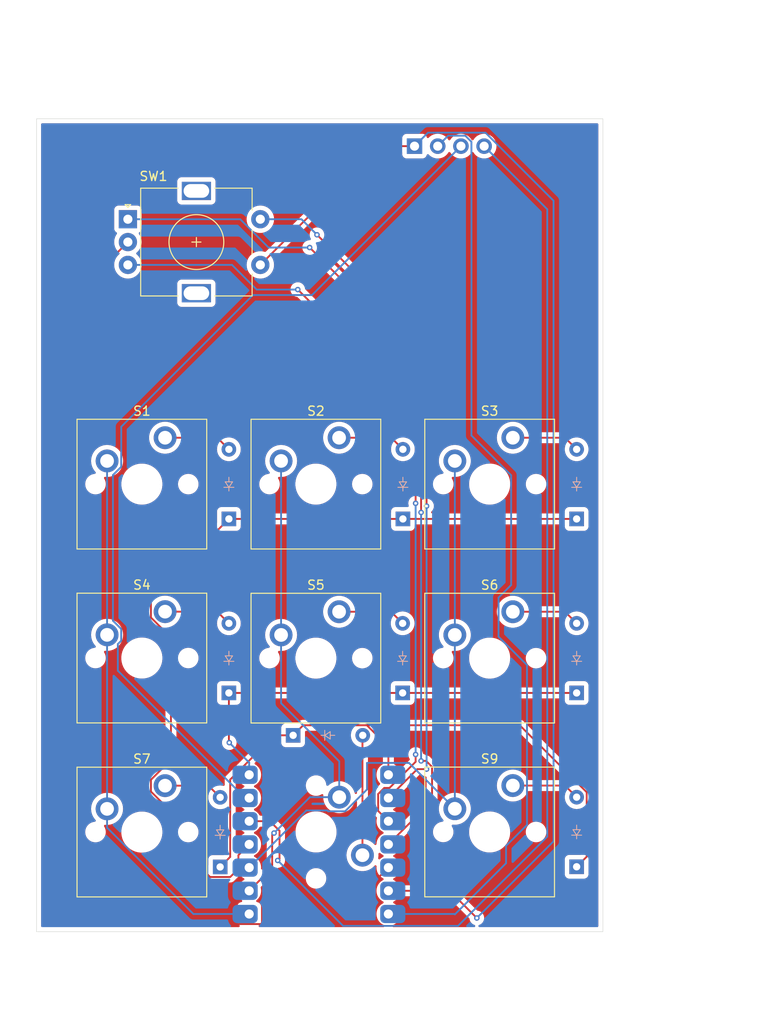
<source format=kicad_pcb>
(kicad_pcb (version 20241229) (generator "pcbnew") (generator_version "9.0")
  (layers (0 "F.Cu" signal) (2 "B.Cu" signal) (13 "F.Paste" user) (15 "B.Paste" user) (5 "F.SilkS" user "F.Silkscreen") (7 "B.SilkS" user "B.Silkscreen") (1 "F.Mask" user) (3 "B.Mask" user) (25 "Edge.Cuts" user))
  (net 0 "")
  (net 1 "ROW 0")
  (net 2 "Net-(D1-A)")
  (net 3 "Net-(D2-A)")
  (net 4 "Net-(D3-A)")
  (net 5 "Net-(D4-A)")
  (net 6 "ROW 1")
  (net 7 "Net-(D5-A)")
  (net 8 "Net-(D6-A)")
  (net 9 "Net-(D7-A)")
  (net 10 "ROW 2")
  (net 11 "Net-(D8-A)")
  (net 12 "Net-(D9-A)")
  (net 13 "COLUMN 0")
  (net 14 "COLUMN 1")
  (net 15 "COLUMN 2")
  (net 16 "SCL")
  (net 17 "GROUND")
  (net 18 "5V")
  (net 19 "SDA")
  (net 20 "RTRY B")
  (net 21 "RTRY SWITCH")
  (net 22 "RTRY A")
  (net 23 "3.3V")
  (footprint "ScottoKeebs_MX:MX_PCB_1.00u" (layer "F.Cu") (at 49.5325 150.09)
    (property "Reference" "S7" (at 0 -8 0) (layer "F.SilkS"))
    (property "Value" "Keyswitch")
    (fp_line (start -7.1 -7.1) (end -7.1 7.1) (stroke (width 0.12)) (layer "F.SilkS"))
    (fp_line (start -7.1 7.1) (end 7.1 7.1) (stroke (width 0.12)) (layer "F.SilkS"))
    (fp_line (start 7.1 -7.1) (end -7.1 -7.1) (stroke (width 0.12)) (layer "F.SilkS"))
    (fp_line (start 7.1 7.1) (end 7.1 -7.1) (stroke (width 0.12)) (layer "F.SilkS"))
    (pad "" np_thru_hole circle (at -5.08 0) (size 1.75 1.75) (drill 1.75) (layers "*.Cu" "*.Mask"))
    (pad "" np_thru_hole circle (at 0 0) (size 4 4) (drill 4) (layers "*.Cu" "*.Mask"))
    (pad "" np_thru_hole circle (at 5.08 0) (size 1.75 1.75) (drill 1.75) (layers "*.Cu" "*.Mask"))
    (pad "1" thru_hole circle (at -3.81 -2.54) (size 2.5 2.5) (drill 1.5) (layers "*.Cu" "*.Mask") (net 13 "COLUMN 0"))
    (pad "2" thru_hole circle (at 2.54 -5.08) (size 2.5 2.5) (drill 1.5) (layers "*.Cu" "*.Mask") (net 9 "Net-(D7-A)"))
  )
  (footprint "ScottoKeebs_MX:MX_PCB_1.00u" (layer "F.Cu") (at 87.6025 131.05)
    (property "Reference" "S6" (at 0 -8 0) (layer "F.SilkS"))
    (property "Value" "Keyswitch")
    (fp_line (start -7.1 -7.1) (end -7.1 7.1) (stroke (width 0.12)) (layer "F.SilkS"))
    (fp_line (start -7.1 7.1) (end 7.1 7.1) (stroke (width 0.12)) (layer "F.SilkS"))
    (fp_line (start 7.1 -7.1) (end -7.1 -7.1) (stroke (width 0.12)) (layer "F.SilkS"))
    (fp_line (start 7.1 7.1) (end 7.1 -7.1) (stroke (width 0.12)) (layer "F.SilkS"))
    (pad "" np_thru_hole circle (at -5.08 0) (size 1.75 1.75) (drill 1.75) (layers "*.Cu" "*.Mask"))
    (pad "" np_thru_hole circle (at 0 0) (size 4 4) (drill 4) (layers "*.Cu" "*.Mask"))
    (pad "" np_thru_hole circle (at 5.08 0) (size 1.75 1.75) (drill 1.75) (layers "*.Cu" "*.Mask"))
    (pad "1" thru_hole circle (at -3.81 -2.54) (size 2.5 2.5) (drill 1.5) (layers "*.Cu" "*.Mask") (net 15 "COLUMN 2"))
    (pad "2" thru_hole circle (at 2.54 -5.08) (size 2.5 2.5) (drill 1.5) (layers "*.Cu" "*.Mask") (net 8 "Net-(D6-A)"))
  )
  (footprint "Rotary_Encoder:RotaryEncoder_Alps_EC11E-Switch_Vertical_H20mm" (layer "F.Cu") (at 48 83)
    (property "Reference" "SW1" (at 2.8 -4.7 0) (layer "F.SilkS"))
    (property "Value" "RotaryEncoder_Switch")
    (fp_line (start -0.3 -1.6) (end 0.3 -1.6) (stroke (width 0.12)) (layer "F.SilkS"))
    (fp_line (start 0 -1.3) (end -0.3 -1.6) (stroke (width 0.12)) (layer "F.SilkS"))
    (fp_line (start 0.3 -1.6) (end 0 -1.3) (stroke (width 0.12)) (layer "F.SilkS"))
    (fp_line (start 1.4 -3.4) (end 1.4 8.4) (stroke (width 0.12)) (layer "F.SilkS"))
    (fp_line (start 5.5 -3.4) (end 1.4 -3.4) (stroke (width 0.12)) (layer "F.SilkS"))
    (fp_line (start 5.5 8.4) (end 1.4 8.4) (stroke (width 0.12)) (layer "F.SilkS"))
    (fp_line (start 7 2.5) (end 8 2.5) (stroke (width 0.12)) (layer "F.SilkS"))
    (fp_line (start 7.5 2) (end 7.5 3) (stroke (width 0.12)) (layer "F.SilkS"))
    (fp_line (start 9.5 -3.4) (end 13.6 -3.4) (stroke (width 0.12)) (layer "F.SilkS"))
    (fp_line (start 13.6 -3.4) (end 13.6 -1) (stroke (width 0.12)) (layer "F.SilkS"))
    (fp_line (start 13.6 1.2) (end 13.6 3.8) (stroke (width 0.12)) (layer "F.SilkS"))
    (fp_line (start 13.6 6) (end 13.6 8.4) (stroke (width 0.12)) (layer "F.SilkS"))
    (fp_line (start 13.6 8.4) (end 9.5 8.4) (stroke (width 0.12)) (layer "F.SilkS"))
    (fp_circle (center 7.5 2.5) (end 10.5 2.5) (stroke (width 0.12)) (fill no) (layer "F.SilkS"))
    (pad "A" thru_hole rect (at 0 0) (size 2 2) (drill 1) (layers "*.Cu" "*.Mask") (net 22 "RTRY A"))
    (pad "B" thru_hole circle (at 0 5) (size 2 2) (drill 1) (layers "*.Cu" "*.Mask") (net 20 "RTRY B"))
    (pad "C" thru_hole circle (at 0 2.5) (size 2 2) (drill 1) (layers "*.Cu" "*.Mask") (net 23 "3.3V"))
    (pad "MP" thru_hole rect (at 7.5 -3.1) (size 3.2 2) (drill oval 2.8 1.5) (layers "*.Cu" "*.Mask"))
    (pad "MP" thru_hole rect (at 7.5 8.1) (size 3.2 2) (drill oval 2.8 1.5) (layers "*.Cu" "*.Mask"))
    (pad "S1" thru_hole circle (at 14.5 5) (size 2 2) (drill 1) (layers "*.Cu" "*.Mask") (net 17 "GROUND"))
    (pad "S2" thru_hole circle (at 14.5 0) (size 2 2) (drill 1) (layers "*.Cu" "*.Mask") (net 21 "RTRY SWITCH"))
  )
  (footprint "ScottoKeebs_MX:MX_PCB_1.00u" (layer "F.Cu") (at 68.5825 112)
    (property "Reference" "S2" (at 0 -8 0) (layer "F.SilkS"))
    (property "Value" "Keyswitch")
    (fp_line (start -7.1 -7.1) (end -7.1 7.1) (stroke (width 0.12)) (layer "F.SilkS"))
    (fp_line (start -7.1 7.1) (end 7.1 7.1) (stroke (width 0.12)) (layer "F.SilkS"))
    (fp_line (start 7.1 -7.1) (end -7.1 -7.1) (stroke (width 0.12)) (layer "F.SilkS"))
    (fp_line (start 7.1 7.1) (end 7.1 -7.1) (stroke (width 0.12)) (layer "F.SilkS"))
    (pad "" np_thru_hole circle (at -5.08 0) (size 1.75 1.75) (drill 1.75) (layers "*.Cu" "*.Mask"))
    (pad "" np_thru_hole circle (at 0 0) (size 4 4) (drill 4) (layers "*.Cu" "*.Mask"))
    (pad "" np_thru_hole circle (at 5.08 0) (size 1.75 1.75) (drill 1.75) (layers "*.Cu" "*.Mask"))
    (pad "1" thru_hole circle (at -3.81 -2.54) (size 2.5 2.5) (drill 1.5) (layers "*.Cu" "*.Mask") (net 14 "COLUMN 1"))
    (pad "2" thru_hole circle (at 2.54 -5.08) (size 2.5 2.5) (drill 1.5) (layers "*.Cu" "*.Mask") (net 3 "Net-(D2-A)"))
  )
  (footprint "ScottoKeebs_MX:MX_PCB_1.00u" (layer "F.Cu") (at 68.6 150.08 -90)
    (property "Reference" "S8" (hide yes))
    (property "Value" "Keyswitch")
    (pad "" np_thru_hole circle (at -5.08 0 270) (size 1.75 1.75) (drill 1.75) (layers "*.Cu" "*.Mask"))
    (pad "" np_thru_hole circle (at 0 0 270) (size 4 4) (drill 4) (layers "*.Cu" "*.Mask"))
    (pad "" np_thru_hole circle (at 5.08 0 270) (size 1.75 1.75) (drill 1.75) (layers "*.Cu" "*.Mask"))
    (pad "1" thru_hole circle (at -3.81 -2.54 270) (size 2.5 2.5) (drill 1.5) (layers "*.Cu" "*.Mask") (net 14 "COLUMN 1"))
    (pad "2" thru_hole circle (at 2.54 -5.08 270) (size 2.5 2.5) (drill 1.5) (layers "*.Cu" "*.Mask") (net 11 "Net-(D8-A)"))
  )
  (footprint "ScottoKeebs_MX:MX_PCB_1.00u" (layer "F.Cu") (at 68.5825 131.05)
    (property "Reference" "S5" (at 0 -8 0) (layer "F.SilkS"))
    (property "Value" "Keyswitch")
    (fp_line (start -7.1 -7.1) (end -7.1 7.1) (stroke (width 0.12)) (layer "F.SilkS"))
    (fp_line (start -7.1 7.1) (end 7.1 7.1) (stroke (width 0.12)) (layer "F.SilkS"))
    (fp_line (start 7.1 -7.1) (end -7.1 -7.1) (stroke (width 0.12)) (layer "F.SilkS"))
    (fp_line (start 7.1 7.1) (end 7.1 -7.1) (stroke (width 0.12)) (layer "F.SilkS"))
    (pad "" np_thru_hole circle (at -5.08 0) (size 1.75 1.75) (drill 1.75) (layers "*.Cu" "*.Mask"))
    (pad "" np_thru_hole circle (at 0 0) (size 4 4) (drill 4) (layers "*.Cu" "*.Mask"))
    (pad "" np_thru_hole circle (at 5.08 0) (size 1.75 1.75) (drill 1.75) (layers "*.Cu" "*.Mask"))
    (pad "1" thru_hole circle (at -3.81 -2.54) (size 2.5 2.5) (drill 1.5) (layers "*.Cu" "*.Mask") (net 14 "COLUMN 1"))
    (pad "2" thru_hole circle (at 2.54 -5.08) (size 2.5 2.5) (drill 1.5) (layers "*.Cu" "*.Mask") (net 7 "Net-(D5-A)"))
  )
  (footprint "ScottoKeebs_MX:MX_PCB_1.00u" (layer "F.Cu") (at 87.6025 150.08)
    (property "Reference" "S9" (at 0 -8 0) (layer "F.SilkS"))
    (property "Value" "Keyswitch")
    (fp_line (start -7.1 -7.1) (end -7.1 7.1) (stroke (width 0.12)) (layer "F.SilkS"))
    (fp_line (start -7.1 7.1) (end 7.1 7.1) (stroke (width 0.12)) (layer "F.SilkS"))
    (fp_line (start 7.1 -7.1) (end -7.1 -7.1) (stroke (width 0.12)) (layer "F.SilkS"))
    (fp_line (start 7.1 7.1) (end 7.1 -7.1) (stroke (width 0.12)) (layer "F.SilkS"))
    (pad "" np_thru_hole circle (at -5.08 0) (size 1.75 1.75) (drill 1.75) (layers "*.Cu" "*.Mask"))
    (pad "" np_thru_hole circle (at 0 0) (size 4 4) (drill 4) (layers "*.Cu" "*.Mask"))
    (pad "" np_thru_hole circle (at 5.08 0) (size 1.75 1.75) (drill 1.75) (layers "*.Cu" "*.Mask"))
    (pad "1" thru_hole circle (at -3.81 -2.54) (size 2.5 2.5) (drill 1.5) (layers "*.Cu" "*.Mask") (net 15 "COLUMN 2"))
    (pad "2" thru_hole circle (at 2.54 -5.08) (size 2.5 2.5) (drill 1.5) (layers "*.Cu" "*.Mask") (net 12 "Net-(D9-A)"))
  )
  (footprint "ScottoKeebs_MX:MX_PCB_1.00u" (layer "F.Cu") (at 49.5325 112)
    (property "Reference" "S1" (at 0 -8 0) (layer "F.SilkS"))
    (property "Value" "Keyswitch")
    (fp_line (start -7.1 -7.1) (end -7.1 7.1) (stroke (width 0.12)) (layer "F.SilkS"))
    (fp_line (start -7.1 7.1) (end 7.1 7.1) (stroke (width 0.12)) (layer "F.SilkS"))
    (fp_line (start 7.1 -7.1) (end -7.1 -7.1) (stroke (width 0.12)) (layer "F.SilkS"))
    (fp_line (start 7.1 7.1) (end 7.1 -7.1) (stroke (width 0.12)) (layer "F.SilkS"))
    (pad "" np_thru_hole circle (at -5.08 0) (size 1.75 1.75) (drill 1.75) (layers "*.Cu" "*.Mask"))
    (pad "" np_thru_hole circle (at 0 0) (size 4 4) (drill 4) (layers "*.Cu" "*.Mask"))
    (pad "" np_thru_hole circle (at 5.08 0) (size 1.75 1.75) (drill 1.75) (layers "*.Cu" "*.Mask"))
    (pad "1" thru_hole circle (at -3.81 -2.54) (size 2.5 2.5) (drill 1.5) (layers "*.Cu" "*.Mask") (net 13 "COLUMN 0"))
    (pad "2" thru_hole circle (at 2.54 -5.08) (size 2.5 2.5) (drill 1.5) (layers "*.Cu" "*.Mask") (net 2 "Net-(D1-A)"))
  )
  (footprint "ScottoKeebs_MX:MX_PCB_1.00u" (layer "F.Cu") (at 87.6025 112)
    (property "Reference" "S3" (at 0 -8 0) (layer "F.SilkS"))
    (property "Value" "Keyswitch")
    (fp_line (start -7.1 -7.1) (end -7.1 7.1) (stroke (width 0.12)) (layer "F.SilkS"))
    (fp_line (start -7.1 7.1) (end 7.1 7.1) (stroke (width 0.12)) (layer "F.SilkS"))
    (fp_line (start 7.1 -7.1) (end -7.1 -7.1) (stroke (width 0.12)) (layer "F.SilkS"))
    (fp_line (start 7.1 7.1) (end 7.1 -7.1) (stroke (width 0.12)) (layer "F.SilkS"))
    (pad "" np_thru_hole circle (at -5.08 0) (size 1.75 1.75) (drill 1.75) (layers "*.Cu" "*.Mask"))
    (pad "" np_thru_hole circle (at 0 0) (size 4 4) (drill 4) (layers "*.Cu" "*.Mask"))
    (pad "" np_thru_hole circle (at 5.08 0) (size 1.75 1.75) (drill 1.75) (layers "*.Cu" "*.Mask"))
    (pad "1" thru_hole circle (at -3.81 -2.54) (size 2.5 2.5) (drill 1.5) (layers "*.Cu" "*.Mask") (net 15 "COLUMN 2"))
    (pad "2" thru_hole circle (at 2.54 -5.08) (size 2.5 2.5) (drill 1.5) (layers "*.Cu" "*.Mask") (net 4 "Net-(D3-A)"))
  )
  (footprint "ScottoKeebs_Components:OLED_128x64" (layer "F.Cu") (at 83.19 75)
    (property "Reference" "J1" (hide yes))
    (property "Value" "OLED_128x64")
    (pad "1" thru_hole rect (at -3.81 0 90) (size 1.7 1.7) (drill 1) (layers "*.Cu" "*.Mask") (net 17 "GROUND"))
    (pad "2" thru_hole oval (at -1.27 0 90) (size 1.7 1.7) (drill 1) (layers "*.Cu" "*.Mask") (net 18 "5V"))
    (pad "3" thru_hole oval (at 1.27 0 90) (size 1.7 1.7) (drill 1) (layers "*.Cu" "*.Mask") (net 16 "SCL"))
    (pad "4" thru_hole oval (at 3.81 0 90) (size 1.7 1.7) (drill 1) (layers "*.Cu" "*.Mask") (net 19 "SDA"))
  )
  (footprint "ScottoKeebs_MX:MX_PCB_1.00u" (layer "F.Cu") (at 49.5325 131.04)
    (property "Reference" "S4" (at 0 -8 0) (layer "F.SilkS"))
    (property "Value" "Keyswitch")
    (fp_line (start -7.1 -7.1) (end -7.1 7.1) (stroke (width 0.12)) (layer "F.SilkS"))
    (fp_line (start -7.1 7.1) (end 7.1 7.1) (stroke (width 0.12)) (layer "F.SilkS"))
    (fp_line (start 7.1 -7.1) (end -7.1 -7.1) (stroke (width 0.12)) (layer "F.SilkS"))
    (fp_line (start 7.1 7.1) (end 7.1 -7.1) (stroke (width 0.12)) (layer "F.SilkS"))
    (pad "" np_thru_hole circle (at -5.08 0) (size 1.75 1.75) (drill 1.75) (layers "*.Cu" "*.Mask"))
    (pad "" np_thru_hole circle (at 0 0) (size 4 4) (drill 4) (layers "*.Cu" "*.Mask"))
    (pad "" np_thru_hole circle (at 5.08 0) (size 1.75 1.75) (drill 1.75) (layers "*.Cu" "*.Mask"))
    (pad "1" thru_hole circle (at -3.81 -2.54) (size 2.5 2.5) (drill 1.5) (layers "*.Cu" "*.Mask") (net 13 "COLUMN 0"))
    (pad "2" thru_hole circle (at 2.54 -5.08) (size 2.5 2.5) (drill 1.5) (layers "*.Cu" "*.Mask") (net 5 "Net-(D4-A)"))
  )
  (footprint "ScottoKeebs_Components:Diode_DO-35" (layer "B.Cu") (at 97.1275 115.81 90)
    (property "Reference" "D3" (hide yes))
    (property "Value" "Diode" (hide yes))
    (fp_line (start 3.46 -0.55) (end 3.46 0.55) (stroke (width 0.1)) (layer "B.SilkS"))
    (fp_line (start 4.06 -0.4) (end 4.06 0.4) (stroke (width 0.1)) (layer "B.SilkS"))
    (fp_line (start 4.56 0) (end 4.06 0) (stroke (width 0.1)) (layer "B.SilkS"))
    (fp_line (start 3.46 0) (end 4.06 -0.4) (stroke (width 0.1)) (layer "B.SilkS"))
    (fp_line (start 3.46 0) (end 3.06 0) (stroke (width 0.1)) (layer "B.SilkS"))
    (fp_line (start 4.06 0.4) (end 3.46 0) (stroke (width 0.1)) (layer "B.SilkS"))
    (pad "1" thru_hole rect (at 0 0 90) (size 1.6 1.6) (drill 0.8) (layers "*.Cu" "*.Mask") (net 1 "ROW 0"))
    (pad "2" thru_hole oval (at 7.62 0 90) (size 1.6 1.6) (drill 0.8) (layers "*.Cu" "*.Mask") (net 4 "Net-(D3-A)"))
  )
  (footprint "ScottoKeebs_Components:Diode_DO-35" (layer "B.Cu") (at 66.09 139.5)
    (property "Reference" "D8" (hide yes))
    (property "Value" "Diode" (hide yes))
    (fp_line (start 3.46 -0.55) (end 3.46 0.55) (stroke (width 0.1)) (layer "B.SilkS"))
    (fp_line (start 3.46 0) (end 3.06 0) (stroke (width 0.1)) (layer "B.SilkS"))
    (fp_line (start 3.46 0) (end 4.06 -0.4) (stroke (width 0.1)) (layer "B.SilkS"))
    (fp_line (start 4.06 -0.4) (end 4.06 0.4) (stroke (width 0.1)) (layer "B.SilkS"))
    (fp_line (start 4.06 0.4) (end 3.46 0) (stroke (width 0.1)) (layer "B.SilkS"))
    (fp_line (start 4.56 0) (end 4.06 0) (stroke (width 0.1)) (layer "B.SilkS"))
    (pad "1" thru_hole rect (at 0 0) (size 1.6 1.6) (drill 0.8) (layers "*.Cu" "*.Mask") (net 10 "ROW 2"))
    (pad "2" thru_hole oval (at 7.62 0) (size 1.6 1.6) (drill 0.8) (layers "*.Cu" "*.Mask") (net 11 "Net-(D8-A)"))
  )
  (footprint "ScottoKeebs_Components:Diode_DO-35" (layer "B.Cu") (at 97.1275 153.89 90)
    (property "Reference" "D9" (hide yes))
    (property "Value" "Diode" (hide yes))
    (fp_line (start 3.46 -0.55) (end 3.46 0.55) (stroke (width 0.1)) (layer "B.SilkS"))
    (fp_line (start 4.06 -0.4) (end 4.06 0.4) (stroke (width 0.1)) (layer "B.SilkS"))
    (fp_line (start 4.56 0) (end 4.06 0) (stroke (width 0.1)) (layer "B.SilkS"))
    (fp_line (start 3.46 0) (end 4.06 -0.4) (stroke (width 0.1)) (layer "B.SilkS"))
    (fp_line (start 3.46 0) (end 3.06 0) (stroke (width 0.1)) (layer "B.SilkS"))
    (fp_line (start 4.06 0.4) (end 3.46 0) (stroke (width 0.1)) (layer "B.SilkS"))
    (pad "1" thru_hole rect (at 0 0 90) (size 1.6 1.6) (drill 0.8) (layers "*.Cu" "*.Mask") (net 10 "ROW 2"))
    (pad "2" thru_hole oval (at 7.62 0 90) (size 1.6 1.6) (drill 0.8) (layers "*.Cu" "*.Mask") (net 12 "Net-(D9-A)"))
  )
  (footprint "ScottoKeebs_Components:Diode_DO-35" (layer "B.Cu") (at 58.1 153.91 90)
    (property "Reference" "D7" (hide yes))
    (property "Value" "Diode" (hide yes))
    (fp_line (start 3.46 -0.55) (end 3.46 0.55) (stroke (width 0.1)) (layer "B.SilkS"))
    (fp_line (start 4.06 -0.4) (end 4.06 0.4) (stroke (width 0.1)) (layer "B.SilkS"))
    (fp_line (start 4.56 0) (end 4.06 0) (stroke (width 0.1)) (layer "B.SilkS"))
    (fp_line (start 3.46 0) (end 4.06 -0.4) (stroke (width 0.1)) (layer "B.SilkS"))
    (fp_line (start 3.46 0) (end 3.06 0) (stroke (width 0.1)) (layer "B.SilkS"))
    (fp_line (start 4.06 0.4) (end 3.46 0) (stroke (width 0.1)) (layer "B.SilkS"))
    (pad "1" thru_hole rect (at 0 0 90) (size 1.6 1.6) (drill 0.8) (layers "*.Cu" "*.Mask") (net 10 "ROW 2"))
    (pad "2" thru_hole oval (at 7.62 0 90) (size 1.6 1.6) (drill 0.8) (layers "*.Cu" "*.Mask") (net 9 "Net-(D7-A)"))
  )
  (footprint "ScottoKeebs_Components:Diode_DO-35" (layer "B.Cu") (at 59.0575 115.81 90)
    (property "Reference" "D1" (hide yes))
    (property "Value" "Diode" (hide yes))
    (fp_line (start 3.46 -0.55) (end 3.46 0.55) (stroke (width 0.1)) (layer "B.SilkS"))
    (fp_line (start 4.06 -0.4) (end 4.06 0.4) (stroke (width 0.1)) (layer "B.SilkS"))
    (fp_line (start 4.56 0) (end 4.06 0) (stroke (width 0.1)) (layer "B.SilkS"))
    (fp_line (start 3.46 0) (end 4.06 -0.4) (stroke (width 0.1)) (layer "B.SilkS"))
    (fp_line (start 3.46 0) (end 3.06 0) (stroke (width 0.1)) (layer "B.SilkS"))
    (fp_line (start 4.06 0.4) (end 3.46 0) (stroke (width 0.1)) (layer "B.SilkS"))
    (pad "1" thru_hole rect (at 0 0 90) (size 1.6 1.6) (drill 0.8) (layers "*.Cu" "*.Mask") (net 1 "ROW 0"))
    (pad "2" thru_hole oval (at 7.62 0 90) (size 1.6 1.6) (drill 0.8) (layers "*.Cu" "*.Mask") (net 2 "Net-(D1-A)"))
  )
  (footprint "ScottoKeebs_MCU:Seeed_XIAO_RP2040" (layer "B.Cu") (at 68.9 151.44)
    (property "Reference" "U1" (hide yes))
    (property "Value" "MCU_Seeed_XIAO_RP2040")
    (pad "1" smd roundrect (at -8.065 7.62) (size 2.75 2) (layers "B.Cu" "B.Mask" "B.Paste") (net 13 "COLUMN 0"))
    (pad "1" thru_hole rect (at -7.62 7.62 270) (size 1.6 1.6) (drill 1) (layers "*.Cu" "*.Mask") (net 13 "COLUMN 0"))
    (pad "2" smd roundrect (at -8.065 5.08) (size 2.75 2) (layers "B.Cu" "B.Mask" "B.Paste") (net 14 "COLUMN 1"))
    (pad "2" thru_hole circle (at -7.62 5.08 270) (size 1.6 1.6) (drill 1) (layers "*.Cu" "*.Mask") (net 14 "COLUMN 1"))
    (pad "3" smd roundrect (at -8.065 2.54) (size 2.75 2) (layers "B.Cu" "B.Mask" "B.Paste") (net 15 "COLUMN 2"))
    (pad "3" thru_hole circle (at -7.62 2.54 270) (size 1.6 1.6) (drill 1) (layers "*.Cu" "*.Mask") (net 15 "COLUMN 2"))
    (pad "4" smd roundrect (at -8.065 0) (size 2.75 2) (layers "B.Cu" "B.Mask" "B.Paste") (net 1 "ROW 0"))
    (pad "4" thru_hole circle (at -7.62 0 270) (size 1.6 1.6) (drill 1) (layers "*.Cu" "*.Mask") (net 1 "ROW 0"))
    (pad "5" smd roundrect (at -8.065 -2.54) (size 2.75 2) (layers "B.Cu" "B.Mask" "B.Paste") (net 19 "SDA"))
    (pad "5" thru_hole circle (at -7.62 -2.54 270) (size 1.6 1.6) (drill 1) (layers "*.Cu" "*.Mask") (net 19 "SDA"))
    (pad "6" smd roundrect (at -8.065 -5.08) (size 2.75 2) (layers "B.Cu" "B.Mask" "B.Paste") (net 16 "SCL"))
    (pad "6" thru_hole circle (at -7.62 -5.08 270) (size 1.6 1.6) (drill 1) (layers "*.Cu" "*.Mask") (net 16 "SCL"))
    (pad "7" smd roundrect (at -8.065 -7.62) (size 2.75 2) (layers "B.Cu" "B.Mask" "B.Paste") (net 6 "ROW 1"))
    (pad "7" thru_hole circle (at -7.62 -7.62 270) (size 1.6 1.6) (drill 1) (layers "*.Cu" "*.Mask") (net 6 "ROW 1"))
    (pad "8" thru_hole circle (at 7.62 -7.62 270) (size 1.6 1.6) (drill 1) (layers "*.Cu" "*.Mask") (net 10 "ROW 2"))
    (pad "8" smd roundrect (at 8.1 -7.62) (size 2.75 2) (layers "B.Cu" "B.Mask" "B.Paste") (net 10 "ROW 2"))
    (pad "9" thru_hole circle (at 7.62 -5.08 270) (size 1.6 1.6) (drill 1) (layers "*.Cu" "*.Mask") (net 21 "RTRY SWITCH"))
    (pad "9" smd roundrect (at 8.1 -5.08) (size 2.75 2) (layers "B.Cu" "B.Mask" "B.Paste") (net 21 "RTRY SWITCH"))
    (pad "10" thru_hole circle (at 7.62 -2.54 270) (size 1.6 1.6) (drill 1) (layers "*.Cu" "*.Mask") (net 20 "RTRY B"))
    (pad "10" smd roundrect (at 8.1 -2.54) (size 2.75 2) (layers "B.Cu" "B.Mask" "B.Paste") (net 20 "RTRY B"))
    (pad "11" thru_hole circle (at 7.62 0 270) (size 1.6 1.6) (drill 1) (layers "*.Cu" "*.Mask") (net 22 "RTRY A"))
    (pad "11" smd roundrect (at 8.1 0) (size 2.75 2) (layers "B.Cu" "B.Mask" "B.Paste") (net 22 "RTRY A"))
    (pad "12" thru_hole circle (at 7.62 2.54 270) (size 1.6 1.6) (drill 1) (layers "*.Cu" "*.Mask") (net 23 "3.3V"))
    (pad "12" smd roundrect (at 8.1 2.54) (size 2.75 2) (layers "B.Cu" "B.Mask" "B.Paste") (net 23 "3.3V"))
    (pad "13" thru_hole circle (at 7.62 5.08 270) (size 1.6 1.6) (drill 1) (layers "*.Cu" "*.Mask") (net 17 "GROUND"))
    (pad "13" smd roundrect (at 8.1 5.08) (size 2.75 2) (layers "B.Cu" "B.Mask" "B.Paste") (net 17 "GROUND"))
    (pad "14" thru_hole circle (at 7.62 7.62 270) (size 1.6 1.6) (drill 1) (layers "*.Cu" "*.Mask") (net 18 "5V"))
    (pad "14" smd roundrect (at 8.1 7.62) (size 2.75 2) (layers "B.Cu" "B.Mask" "B.Paste") (net 18 "5V"))
  )
  (footprint "ScottoKeebs_Components:Diode_DO-35" (layer "B.Cu") (at 97.1275 134.86 90)
    (property "Reference" "D6" (hide yes))
    (property "Value" "Diode" (hide yes))
    (fp_line (start 3.46 -0.55) (end 3.46 0.55) (stroke (width 0.1)) (layer "B.SilkS"))
    (fp_line (start 4.06 -0.4) (end 4.06 0.4) (stroke (width 0.1)) (layer "B.SilkS"))
    (fp_line (start 4.56 0) (end 4.06 0) (stroke (width 0.1)) (layer "B.SilkS"))
    (fp_line (start 3.46 0) (end 4.06 -0.4) (stroke (width 0.1)) (layer "B.SilkS"))
    (fp_line (start 3.46 0) (end 3.06 0) (stroke (width 0.1)) (layer "B.SilkS"))
    (fp_line (start 4.06 0.4) (end 3.46 0) (stroke (width 0.1)) (layer "B.SilkS"))
    (pad "1" thru_hole rect (at 0 0 90) (size 1.6 1.6) (drill 0.8) (layers "*.Cu" "*.Mask") (net 6 "ROW 1"))
    (pad "2" thru_hole oval (at 7.62 0 90) (size 1.6 1.6) (drill 0.8) (layers "*.Cu" "*.Mask") (net 8 "Net-(D6-A)"))
  )
  (footprint "ScottoKeebs_Components:Diode_DO-35" (layer "B.Cu") (at 59.0575 134.86 90)
    (property "Reference" "D4" (hide yes))
    (property "Value" "Diode" (hide yes))
    (fp_line (start 3.46 -0.55) (end 3.46 0.55) (stroke (width 0.1)) (layer "B.SilkS"))
    (fp_line (start 4.06 -0.4) (end 4.06 0.4) (stroke (width 0.1)) (layer "B.SilkS"))
    (fp_line (start 4.56 0) (end 4.06 0) (stroke (width 0.1)) (layer "B.SilkS"))
    (fp_line (start 3.46 0) (end 4.06 -0.4) (stroke (width 0.1)) (layer "B.SilkS"))
    (fp_line (start 3.46 0) (end 3.06 0) (stroke (width 0.1)) (layer "B.SilkS"))
    (fp_line (start 4.06 0.4) (end 3.46 0) (stroke (width 0.1)) (layer "B.SilkS"))
    (pad "1" thru_hole rect (at 0 0 90) (size 1.6 1.6) (drill 0.8) (layers "*.Cu" "*.Mask") (net 6 "ROW 1"))
    (pad "2" thru_hole oval (at 7.62 0 90) (size 1.6 1.6) (drill 0.8) (layers "*.Cu" "*.Mask") (net 5 "Net-(D4-A)"))
  )
  (footprint "ScottoKeebs_Components:Diode_DO-35" (layer "B.Cu") (at 78.0775 134.86 90)
    (property "Reference" "D5" (hide yes))
    (property "Value" "Diode" (hide yes))
    (fp_line (start 3.46 -0.55) (end 3.46 0.55) (stroke (width 0.1)) (layer "B.SilkS"))
    (fp_line (start 4.06 -0.4) (end 4.06 0.4) (stroke (width 0.1)) (layer "B.SilkS"))
    (fp_line (start 4.56 0) (end 4.06 0) (stroke (width 0.1)) (layer "B.SilkS"))
    (fp_line (start 3.46 0) (end 4.06 -0.4) (stroke (width 0.1)) (layer "B.SilkS"))
    (fp_line (start 3.46 0) (end 3.06 0) (stroke (width 0.1)) (layer "B.SilkS"))
    (fp_line (start 4.06 0.4) (end 3.46 0) (stroke (width 0.1)) (layer "B.SilkS"))
    (pad "1" thru_hole rect (at 0 0 90) (size 1.6 1.6) (drill 0.8) (layers "*.Cu" "*.Mask") (net 6 "ROW 1"))
    (pad "2" thru_hole oval (at 7.62 0 90) (size 1.6 1.6) (drill 0.8) (layers "*.Cu" "*.Mask") (net 7 "Net-(D5-A)"))
  )
  (footprint "ScottoKeebs_Components:Diode_DO-35" (layer "B.Cu") (at 78.1075 115.81 90)
    (property "Reference" "D2" (hide yes))
    (property "Value" "Diode" (hide yes))
    (fp_line (start 3.46 -0.55) (end 3.46 0.55) (stroke (width 0.1)) (layer "B.SilkS"))
    (fp_line (start 4.06 -0.4) (end 4.06 0.4) (stroke (width 0.1)) (layer "B.SilkS"))
    (fp_line (start 4.56 0) (end 4.06 0) (stroke (width 0.1)) (layer "B.SilkS"))
    (fp_line (start 3.46 0) (end 4.06 -0.4) (stroke (width 0.1)) (layer "B.SilkS"))
    (fp_line (start 3.46 0) (end 3.06 0) (stroke (width 0.1)) (layer "B.SilkS"))
    (fp_line (start 4.06 0.4) (end 3.46 0) (stroke (width 0.1)) (layer "B.SilkS"))
    (pad "1" thru_hole rect (at 0 0 90) (size 1.6 1.6) (drill 0.8) (layers "*.Cu" "*.Mask") (net 1 "ROW 0"))
    (pad "2" thru_hole oval (at 7.62 0 90) (size 1.6 1.6) (drill 0.8) (layers "*.Cu" "*.Mask") (net 3 "Net-(D2-A)"))
  )
  (gr_rect (start 38 72) (end 100 161) (stroke (width 0.05)) (fill no) (layer "Edge.Cuts"))
  (segment (start 52.714532 150.724532) (end 57 155.01) (width 0.2) (layer "F.Cu") (net 1))
  (segment (start 50.5225 144.367968) (end 50.5225 145.652032) (width 0.2) (layer "F.Cu") (net 1))
  (segment (start 52.714532 128.794064) (end 52.714532 142.175936) (width 0.2) (layer "F.Cu") (net 1))
  (segment (start 52.714532 142.175936) (end 50.5225 144.367968) (width 0.2) (layer "F.Cu") (net 1))
  (segment (start 50.5225 145.652032) (end 52.714532 147.844064) (width 0.2) (layer "F.Cu") (net 1))
  (segment (start 52.714532 147.844064) (end 52.714532 150.724532) (width 0.2) (layer "F.Cu") (net 1))
  (segment (start 50.5225 124.345) (end 50.5225 126.602032) (width 0.2) (layer "F.Cu") (net 1))
  (segment (start 60.1 152.62) (end 61.28 151.44) (width 0.2) (layer "F.Cu") (net 1))
  (segment (start 57 155.01) (end 59.2 155.01) (width 0.2) (layer "F.Cu") (net 1))
  (segment (start 59.2 155.01) (end 60.1 154.11) (width 0.2) (layer "F.Cu") (net 1))
  (segment (start 59.0575 115.81) (end 97.1275 115.81) (width 0.2) (layer "F.Cu") (net 1))
  (segment (start 59.0575 115.81) (end 50.5225 124.345) (width 0.2) (layer "F.Cu") (net 1))
  (segment (start 60.1 154.11) (end 60.1 152.62) (width 0.2) (layer "F.Cu") (net 1))
  (segment (start 50.5225 126.602032) (end 52.714532 128.794064) (width 0.2) (layer "F.Cu") (net 1))
  (segment (start 57.7875 106.92) (end 59.0575 108.19) (width 0.2) (layer "F.Cu") (net 2))
  (segment (start 52.0725 106.92) (end 57.7875 106.92) (width 0.2) (layer "F.Cu") (net 2))
  (segment (start 76.8375 106.92) (end 78.1075 108.19) (width 0.2) (layer "F.Cu") (net 3))
  (segment (start 71.1225 106.92) (end 76.8375 106.92) (width 0.2) (layer "F.Cu") (net 3))
  (segment (start 90.1425 106.92) (end 95.8575 106.92) (width 0.2) (layer "F.Cu") (net 4))
  (segment (start 95.8575 106.92) (end 97.1275 108.19) (width 0.2) (layer "F.Cu") (net 4))
  (segment (start 52.0725 125.96) (end 57.7775 125.96) (width 0.2) (layer "F.Cu") (net 5))
  (segment (start 57.7775 125.96) (end 59.0575 127.24) (width 0.2) (layer "F.Cu") (net 5))
  (segment (start 59.0575 140.2575) (end 59.1 140.3) (width 0.2) (layer "F.Cu") (net 6))
  (segment (start 59.0575 134.86) (end 97.1275 134.86) (width 0.2) (layer "F.Cu") (net 6))
  (segment (start 59.0575 134.86) (end 59.0575 140.2575) (width 0.2) (layer "F.Cu") (net 6))
  (segment (start 97.1275 134.86) (end 97.3225 134.86) (width 0.2) (layer "F.Cu") (net 6))
  (via (at 59.1 140.3) (size 0.6) (drill 0.3) (layers "F.Cu" "B.Cu") (net 6))
  (segment (start 59.1 140.3) (end 61.28 142.48) (width 0.2) (layer "B.Cu") (net 6))
  (segment (start 61.28 142.48) (end 61.28 143.82) (width 0.2) (layer "B.Cu") (net 6))
  (segment (start 71.1225 125.97) (end 76.8075 125.97) (width 0.2) (layer "F.Cu") (net 7))
  (segment (start 76.8075 125.97) (end 78.0775 127.24) (width 0.2) (layer "F.Cu") (net 7))
  (segment (start 95.8575 125.97) (end 97.1275 127.24) (width 0.2) (layer "F.Cu") (net 8))
  (segment (start 90.1425 125.97) (end 95.8575 125.97) (width 0.2) (layer "F.Cu") (net 8))
  (segment (start 52.0725 145.01) (end 56.82 145.01) (width 0.2) (layer "F.Cu") (net 9))
  (segment (start 56.82 145.01) (end 58.1 146.29) (width 0.2) (layer "F.Cu") (net 9))
  (segment (start 76.52 140.754365) (end 74.165635 138.4) (width 0.2) (layer "F.Cu") (net 10))
  (segment (start 64.044365 139.5) (end 59.2 144.344365) (width 0.2) (layer "F.Cu") (net 10))
  (segment (start 98.2275 152.79) (end 98.2275 145.7275) (width 0.2) (layer "F.Cu") (net 10))
  (segment (start 98.2275 145.7275) (end 90.9 138.4) (width 0.2) (layer "F.Cu") (net 10))
  (segment (start 90.9 138.4) (end 67.19 138.4) (width 0.2) (layer "F.Cu") (net 10))
  (segment (start 74.165635 138.4) (end 67.19 138.4) (width 0.2) (layer "F.Cu") (net 10))
  (segment (start 66.09 139.5) (end 64.044365 139.5) (width 0.2) (layer "F.Cu") (net 10))
  (segment (start 97.1275 153.89) (end 98.2275 152.79) (width 0.2) (layer "F.Cu") (net 10))
  (segment (start 59.2 144.344365) (end 59.2 152.81) (width 0.2) (layer "F.Cu") (net 10))
  (segment (start 76.52 143.82) (end 76.52 140.754365) (width 0.2) (layer "F.Cu") (net 10))
  (segment (start 97.1275 153.89) (end 97.2925 153.89) (width 0.2) (layer "F.Cu") (net 10))
  (segment (start 97.1175 153.9) (end 97.1275 153.89) (width 0.2) (layer "F.Cu") (net 10))
  (segment (start 59.2 152.81) (end 58.1 153.91) (width 0.2) (layer "F.Cu") (net 10))
  (segment (start 67.19 138.4) (end 66.09 139.5) (width 0.2) (layer "F.Cu") (net 10))
  (segment (start 73.68 139.53) (end 73.71 139.5) (width 0.2) (layer "F.Cu") (net 11))
  (segment (start 73.68 152.62) (end 73.68 139.53) (width 0.2) (layer "F.Cu") (net 11))
  (segment (start 95.8575 145) (end 97.1275 146.27) (width 0.2) (layer "F.Cu") (net 12))
  (segment (start 90.1425 145) (end 95.8575 145) (width 0.2) (layer "F.Cu") (net 12))
  (segment (start 45.7225 147.55) (end 45.7225 149.609059) (width 0.2) (layer "B.Cu") (net 13))
  (segment (start 55.173441 159.06) (end 60.835 159.06) (width 0.2) (layer "B.Cu") (net 13))
  (segment (start 45.7225 109.46) (end 45.7225 147.55) (width 0.2) (layer "B.Cu") (net 13))
  (segment (start 45.7225 149.609059) (end 55.173441 159.06) (width 0.2) (layer "B.Cu") (net 13))
  (segment (start 63.8 154) (end 61.28 156.52) (width 0.2) (layer "F.Cu") (net 14))
  (segment (start 63.8 150.4) (end 63.8 154) (width 0.2) (layer "F.Cu") (net 14))
  (segment (start 64 150.2) (end 63.8 150.4) (width 0.2) (layer "F.Cu") (net 14))
  (via (at 64 150.2) (size 0.6) (drill 0.3) (layers "F.Cu" "B.Cu") (net 14))
  (segment (start 64.7725 109.46) (end 64.7725 128.51) (width 0.2) (layer "B.Cu") (net 14))
  (segment (start 64.7725 135.9825) (end 71.14 142.35) (width 0.2) (layer "B.Cu") (net 14))
  (segment (start 71.14 146.27) (end 67.93 146.27) (width 0.2) (layer "B.Cu") (net 14))
  (segment (start 64.7725 128.51) (end 64.7725 135.9825) (width 0.2) (layer "B.Cu") (net 14))
  (segment (start 67.93 146.27) (end 64 150.2) (width 0.2) (layer "B.Cu") (net 14))
  (segment (start 71.14 142.35) (end 71.14 146.27) (width 0.2) (layer "B.Cu") (net 14))
  (segment (start 67.534 147.726) (end 61.28 153.98) (width 0.2) (layer "B.Cu") (net 15))
  (segment (start 74.18 145.422032) (end 71.782032 147.82) (width 0.2) (layer "B.Cu") (net 15))
  (segment (start 69.92 147.82) (end 69.826 147.726) (width 0.2) (layer "B.Cu") (net 15))
  (segment (start 74.18 142.52) (end 74.18 145.422032) (width 0.2) (layer "B.Cu") (net 15))
  (segment (start 83.7925 109.46) (end 83.7925 147.54) (width 0.2) (layer "B.Cu") (net 15))
  (segment (start 69.826 147.726) (end 67.534 147.726) (width 0.2) (layer "B.Cu") (net 15))
  (segment (start 83.7925 147.54) (end 78.7725 142.52) (width 0.2) (layer "B.Cu") (net 15))
  (segment (start 78.7725 142.52) (end 74.18 142.52) (width 0.2) (layer "B.Cu") (net 15))
  (segment (start 71.782032 147.82) (end 69.92 147.82) (width 0.2) (layer "B.Cu") (net 15))
  (segment (start 47.2725 110.102032) (end 46.364532 111.01) (width 0.2) (layer "B.Cu") (net 16))
  (segment (start 68.16 91.3) (end 61.690468 91.3) (width 0.2) (layer "B.Cu") (net 16))
  (segment (start 46.9 132.425) (end 60.835 146.36) (width 0.2) (layer "B.Cu") (net 16))
  (segment (start 46.364532 126.95) (end 47.2725 127.857968) (width 0.2) (layer "B.Cu") (net 16))
  (segment (start 84.46 75) (end 68.16 91.3) (width 0.2) (layer "B.Cu") (net 16))
  (segment (start 61.690468 91.3) (end 47.2725 105.717968) (width 0.2) (layer "B.Cu") (net 16))
  (segment (start 47.2725 105.717968) (end 47.2725 110.102032) (width 0.2) (layer "B.Cu") (net 16))
  (segment (start 47.2725 129.142032) (end 46.9 129.514532) (width 0.2) (layer "B.Cu") (net 16))
  (segment (start 46.9 129.514532) (end 46.9 132.425) (width 0.2) (layer "B.Cu") (net 16))
  (segment (start 47.2725 127.857968) (end 47.2725 129.142032) (width 0.2) (layer "B.Cu") (net 16))
  (segment (start 46.364532 111.01) (end 46.364532 126.95) (width 0.2) (layer "B.Cu") (net 16))
  (segment (start 62.5 88) (end 75.5 75) (width 0.2) (layer "F.Cu") (net 17))
  (segment (start 75.5 75) (end 79.38 75) (width 0.2) (layer "F.Cu") (net 17))
  (segment (start 86.2 159.5) (end 83.22 156.52) (width 0.2) (layer "F.Cu") (net 17))
  (segment (start 83.22 156.52) (end 76.52 156.52) (width 0.2) (layer "F.Cu") (net 17))
  (via (at 86.2 159.5) (size 0.6) (drill 0.3) (layers "F.Cu" "B.Cu") (net 17))
  (segment (start 79.38 75) (end 80.857 73.523) (width 0.2) (layer "B.Cu") (net 17))
  (segment (start 87.149346 73.523) (end 94.6 80.973654) (width 0.2) (layer "B.Cu") (net 17))
  (segment (start 94.6 80.973654) (end 94.6 151.1) (width 0.2) (layer "B.Cu") (net 17))
  (segment (start 80.857 73.523) (end 87.149346 73.523) (width 0.2) (layer "B.Cu") (net 17))
  (segment (start 79.38 75) (end 79.38 75.62) (width 0.2) (layer "B.Cu") (net 17))
  (segment (start 94.6 151.1) (end 86.2 159.5) (width 0.2) (layer "B.Cu") (net 17))
  (segment (start 83.07 73.85) (end 84.936346 73.85) (width 0.2) (layer "B.Cu") (net 18))
  (segment (start 89.9565 111.024941) (end 89.9565 123.0435) (width 0.2) (layer "B.Cu") (net 18))
  (segment (start 89.9565 123.0435) (end 88.577559 124.422441) (width 0.2) (layer "B.Cu") (net 18))
  (segment (start 91.6925 131.810941) (end 91.6925 149.3075) (width 0.2) (layer "B.Cu") (net 18))
  (segment (start 88.577559 124.422441) (end 88.577559 128.696) (width 0.2) (layer "B.Cu") (net 18))
  (segment (start 85.61 74.523654) (end 85.61 106.678441) (width 0.2) (layer "B.Cu") (net 18))
  (segment (start 89.4 151.6) (end 89.4 153.5) (width 0.2) (layer "B.Cu") (net 18))
  (segment (start 88.577559 128.696) (end 91.6925 131.810941) (width 0.2) (layer "B.Cu") (net 18))
  (segment (start 81.92 75) (end 83.07 73.85) (width 0.2) (layer "B.Cu") (net 18))
  (segment (start 83.76 159.06) (end 77 159.06) (width 0.2) (layer "B.Cu") (net 18))
  (segment (start 84.936346 73.85) (end 85.61 74.523654) (width 0.2) (layer "B.Cu") (net 18))
  (segment (start 85.61 106.678441) (end 89.9565 111.024941) (width 0.2) (layer "B.Cu") (net 18))
  (segment (start 91.6925 149.3075) (end 89.4 151.6) (width 0.2) (layer "B.Cu") (net 18))
  (segment (start 89.4 153.5) (end 83.8 159.1) (width 0.2) (layer "B.Cu") (net 18))
  (segment (start 83.8 159.1) (end 83.76 159.06) (width 0.2) (layer "B.Cu") (net 18))
  (segment (start 64.6 149.951471) (end 63.548529 148.9) (width 0.2) (layer "F.Cu") (net 19))
  (segment (start 64.6 153) (end 64.6 149.951471) (width 0.2) (layer "F.Cu") (net 19))
  (segment (start 64.4 153.2) (end 64.6 153) (width 0.2) (layer "F.Cu") (net 19))
  (segment (start 63.548529 148.9) (end 61.28 148.9) (width 0.2) (layer "F.Cu") (net 19))
  (via (at 64.4 153.2) (size 0.6) (drill 0.3) (layers "F.Cu" "B.Cu") (net 19))
  (segment (start 87 75) (end 93.9115 81.9115) (width 0.2) (layer "B.Cu") (net 19))
  (segment (start 71.56 160.36) (end 64.4 153.2) (width 0.2) (layer "B.Cu") (net 19))
  (segment (start 84.140568 160.36) (end 71.56 160.36) (width 0.2) (layer "B.Cu") (net 19))
  (segment (start 93.9115 150.589068) (end 84.140568 160.36) (width 0.2) (layer "B.Cu") (net 19))
  (segment (start 93.9115 81.9115) (end 93.9115 150.589068) (width 0.2) (layer "B.Cu") (net 19))
  (segment (start 79.5 141.6) (end 79.5 142.395635) (width 0.2) (layer "F.Cu") (net 20))
  (segment (start 76.635635 145.26) (end 76.064365 145.26) (width 0.2) (layer "F.Cu") (net 20))
  (segment (start 75.4 147.78) (end 76.52 148.9) (width 0.2) (layer "F.Cu") (net 20))
  (segment (start 79.5 142.395635) (end 76.635635 145.26) (width 0.2) (layer "F.Cu") (net 20))
  (segment (start 75.4 145.924365) (end 75.4 147.78) (width 0.2) (layer "F.Cu") (net 20))
  (segment (start 76.064365 145.26) (end 75.4 145.924365) (width 0.2) (layer "F.Cu") (net 20))
  (segment (start 79.5 103.6) (end 79.5 114.1) (width 0.2) (layer "F.Cu") (net 20))
  (segment (start 66.6 90.7) (end 79.5 103.6) (width 0.2) (layer "F.Cu") (net 20))
  (via (at 79.5 141.6) (size 0.6) (drill 0.3) (layers "F.Cu" "B.Cu") (net 20))
  (via (at 66.6 90.7) (size 0.6) (drill 0.3) (layers "F.Cu" "B.Cu") (net 20))
  (via (at 79.5 114.1) (size 0.6) (drill 0.3) (layers "F.Cu" "B.Cu") (net 20))
  (segment (start 59.4 88) (end 62.1 90.7) (width 0.2) (layer "B.Cu") (net 20))
  (segment (start 48 88) (end 59.4 88) (width 0.2) (layer "B.Cu") (net 20))
  (segment (start 62.1 90.7) (end 66.6 90.7) (width 0.2) (layer "B.Cu") (net 20))
  (segment (start 79.5 114.1) (end 79.5 141.6) (width 0.2) (layer "B.Cu") (net 20))
  (segment (start 80.7 96.7) (end 80.7 114.4) (width 0.2) (layer "F.Cu") (net 21))
  (segment (start 68.7 84.7) (end 80.7 96.7) (width 0.2) (layer "F.Cu") (net 21))
  (segment (start 79.68 143.2) (end 76.52 146.36) (width 0.2) (layer "F.Cu") (net 21))
  (segment (start 80.7 143.2) (end 79.68 143.2) (width 0.2) (layer "F.Cu") (net 21))
  (via (at 68.7 84.7) (size 0.6) (drill 0.3) (layers "F.Cu" "B.Cu") (net 21))
  (via (at 80.7 114.4) (size 0.6) (drill 0.3) (layers "F.Cu" "B.Cu") (net 21))
  (via (at 80.7 143.2) (size 0.6) (drill 0.3) (layers "F.Cu" "B.Cu") (net 21))
  (segment (start 62.5 83) (end 67 83) (width 0.2) (layer "B.Cu") (net 21))
  (segment (start 80.7 114.4) (end 80.7 143.2) (width 0.2) (layer "B.Cu") (net 21))
  (segment (start 67 83) (end 68.7 84.7) (width 0.2) (layer "B.Cu") (net 21))
  (segment (start 67.9 86.1) (end 80.1 98.3) (width 0.2) (layer "F.Cu") (net 22))
  (segment (start 80.1 114.5) (end 80.1 115.1) (width 0.2) (layer "F.Cu") (net 22))
  (segment (start 80.1 98.3) (end 80.1 114.5) (width 0.2) (layer "F.Cu") (net 22))
  (segment (start 80.1 142.3) (end 80.648529 142.3) (width 0.2) (layer "F.Cu") (net 22))
  (segment (start 81.3 142.951471) (end 81.3 146.66) (width 0.2) (layer "F.Cu") (net 22))
  (segment (start 80.648529 142.3) (end 81.3 142.951471) (width 0.2) (layer "F.Cu") (net 22))
  (segment (start 81.3 146.66) (end 76.52 151.44) (width 0.2) (layer "F.Cu") (net 22))
  (via (at 80.1 142.3) (size 0.6) (drill 0.3) (layers "F.Cu" "B.Cu") (net 22))
  (via (at 80.1 115.1) (size 0.6) (drill 0.3) (layers "F.Cu" "B.Cu") (net 22))
  (via (at 67.9 86.1) (size 0.6) (drill 0.3) (layers "F.Cu" "B.Cu") (net 22))
  (segment (start 80.1 115.1) (end 80.1 142.3) (width 0.2) (layer "B.Cu") (net 22))
  (segment (start 48 83) (end 60.3 83) (width 0.2) (layer "B.Cu") (net 22))
  (segment (start 63.4 86.1) (end 67.9 86.1) (width 0.2) (layer "B.Cu") (net 22))
  (segment (start 60.3 83) (end 63.4 86.1) (width 0.2) (layer "B.Cu") (net 22))
  (segment (start 43.2225 90.2775) (end 43.2225 150.599483) (width 0.2) (layer "F.Cu") (net 23))
  (segment (start 48 85.5) (end 43.2225 90.2775) (width 0.2) (layer "F.Cu") (net 23))
  (segment (start 70.339 160.161) (end 76.52 153.98) (width 0.2) (layer "F.Cu") (net 23))
  (segment (start 52.784017 160.161) (end 70.339 160.161) (width 0.2) (layer "F.Cu") (net 23))
  (segment (start 43.2225 150.599483) (end 52.784017 160.161) (width 0.2) (layer "F.Cu") (net 23))
  (zone (net 0) (net_name "") (layers "F.Cu" "B.Cu") (connect_pads (clearance 0.5)) (min_thickness 0.25) (fill yes (thermal_gap 0.5) (thermal_bridge_width 0.5) (island_removal_mode 1) (island_area_min 10))
    (polygon (pts (xy 35 59) (xy 34 171) (xy 117 165) (xy 110 61)))
  )
)
</source>
